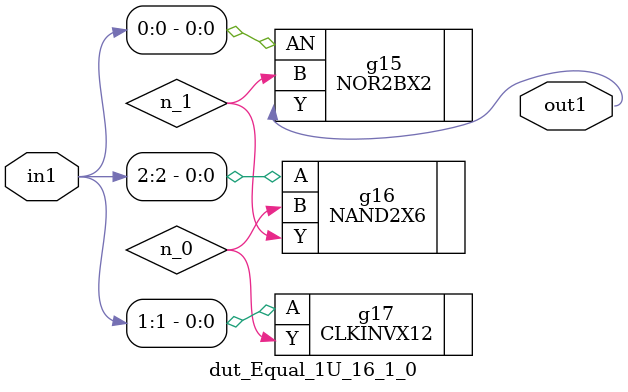
<source format=v>
`timescale 1ps / 1ps


module dut_Equal_1U_16_1_0(in1, out1);
  input [2:0] in1;
  output out1;
  wire [2:0] in1;
  wire out1;
  wire n_0, n_1;
  NOR2BX2 g15(.AN (in1[0]), .B (n_1), .Y (out1));
  NAND2X6 g16(.A (in1[2]), .B (n_0), .Y (n_1));
  CLKINVX12 g17(.A (in1[1]), .Y (n_0));
endmodule



</source>
